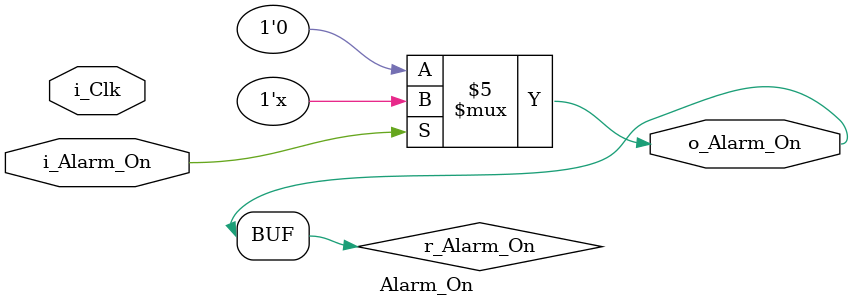
<source format=v>
`timescale 1ns / 1ps

module Alarm_On
    (
        input i_Clk,
        input i_Alarm_On,
        output o_Alarm_On
    );
    
    reg r_Alarm_On = 0;
    
    always @(i_Clk) begin
        if (i_Alarm_On)
            r_Alarm_On <= ~r_Alarm_On;
        else
            r_Alarm_On <= 0;
    end
    
    assign o_Alarm_On = r_Alarm_On;
    
endmodule
</source>
